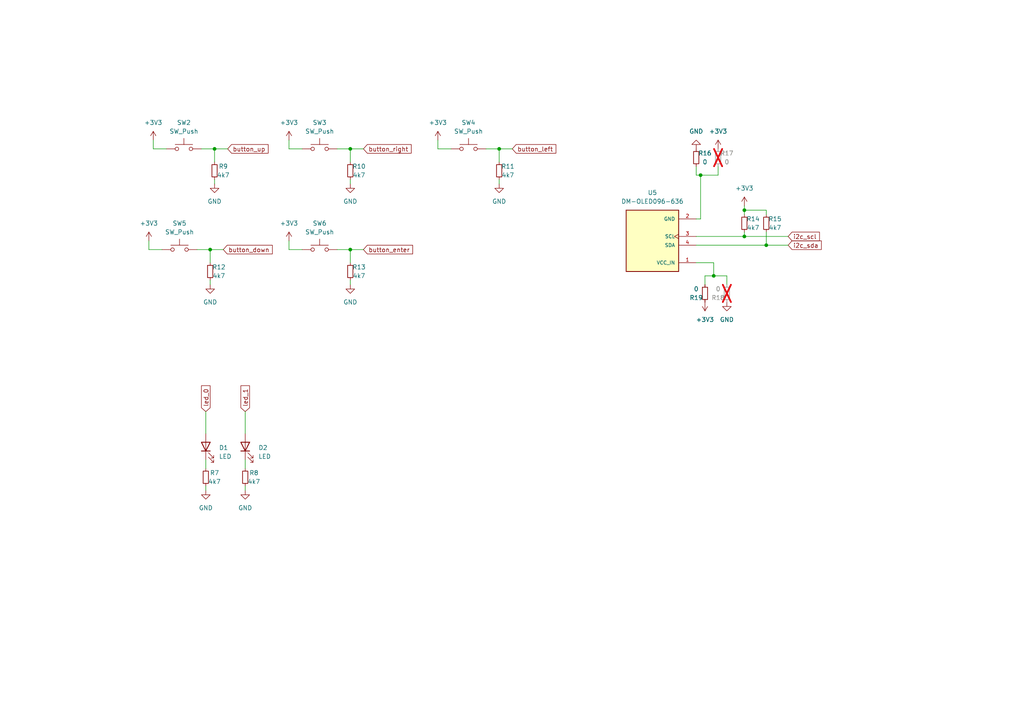
<source format=kicad_sch>
(kicad_sch (version 20230121) (generator eeschema)
  (paper "A4")
  (lib_symbols
    (symbol "DM-OLED096-636:DM-OLED096-636" (pin_names (offset 1.016))
      (property "Reference" "U" (at -7.62 10.922 0))
      (property "Value" "DM-OLED096-636" (at -7.62 -10.16 0))
      (symbol "DM-OLED096-636_0_0"
        (rectangle (start -7.62 -7.62) (end 7.62 10.16) (stroke (width 0.254)) (fill (type background)))
        (pin power_in line (at 12.7 -5.08 180) (length 5.08) (name "VCC_IN") (number "1"))
        (pin power_in line (at 12.7 7.62 180) (length 5.08) (name "GND") (number "2"))
        (pin input clock (at 12.7 2.54 180) (length 5.08) (name "SCL") (number "3"))
        (pin bidirectional line (at 12.7 0 180) (length 5.08) (name "SDA") (number "4"))
      )
    )
    (symbol "Device:LED" (pin_numbers hide) (pin_names (offset 1.016) hide)
      (property "Reference" "D" (at 0 2.54 0))
      (property "Value" "LED" (at 0 -2.54 0))
      (symbol "LED_0_1"
        (polyline (pts (xy -1.27 -1.27) (xy -1.27 1.27)) (stroke (width 0.254)))
        (polyline (pts (xy -1.27 0) (xy 1.27 0)))
        (polyline (pts (xy 1.27 -1.27) (xy 1.27 1.27) (xy -1.27 0) (xy 1.27 -1.27)) (stroke (width 0.254)))
        (polyline (pts (xy -3.048 -0.762) (xy -4.572 -2.286) (xy -3.81 -2.286) (xy -4.572 -2.286) (xy -4.572 -1.524)))
        (polyline (pts (xy -1.778 -0.762) (xy -3.302 -2.286) (xy -2.54 -2.286) (xy -3.302 -2.286) (xy -3.302 -1.524)))
      )
      (symbol "LED_1_1"
        (pin passive line (at -3.81 0 0) (length 2.54) (name "K") (number "1"))
        (pin passive line (at 3.81 0 180) (length 2.54) (name "A") (number "2"))
      )
    )
    (symbol "Device:R_Small" (pin_numbers hide) (pin_names (offset 0.254) hide)
      (property "Reference" "R" (at 0.762 0.508 0))
      (property "Value" "R_Small" (at 0.762 -1.016 0))
      (symbol "R_Small_0_1"
        (rectangle (start -0.762 1.778) (end 0.762 -1.778) (stroke (width 0.2032)))
      )
      (symbol "R_Small_1_1"
        (pin passive line (at 0 2.54 270) (length 0.762) (name "~") (number "1"))
        (pin passive line (at 0 -2.54 90) (length 0.762) (name "~") (number "2"))
      )
    )
    (symbol "Switch:SW_Push" (pin_numbers hide) (pin_names (offset 1.016) hide)
      (property "Reference" "SW" (at 1.27 2.54 0))
      (property "Value" "SW_Push" (at 0 -1.524 0))
      (symbol "SW_Push_0_1"
        (circle (center -2.032 0) (radius 0.508))
        (polyline (pts (xy 0 1.27) (xy 0 3.048)))
        (polyline (pts (xy 2.54 1.27) (xy -2.54 1.27)))
        (circle (center 2.032 0) (radius 0.508))
        (pin passive line (at -5.08 0 0) (length 2.54) (name "1") (number "1"))
        (pin passive line (at 5.08 0 180) (length 2.54) (name "2") (number "2"))
      )
    )
    (symbol "power:+3V3" (power) (pin_names (offset 0))
      (property "Value" "+3V3" (at 0 3.556 0))
      (symbol "+3V3_0_1"
        (polyline (pts (xy -0.762 1.27) (xy 0 2.54)))
        (polyline (pts (xy 0 0) (xy 0 2.54)))
        (polyline (pts (xy 0 2.54) (xy 0.762 1.27)))
      )
      (symbol "+3V3_1_1"
        (pin power_in line (at 0 0 90) (length 0) hide (name "+3V3") (number "1"))
      )
    )
    (symbol "power:GND" (power) (pin_names (offset 0))
      (property "Value" "GND" (at 0 -3.81 0))
      (symbol "GND_0_1"
        (polyline (pts (xy 0 0) (xy 0 -1.27) (xy 1.27 -1.27) (xy 0 -2.54) (xy -1.27 -1.27) (xy 0 -1.27)))
      )
      (symbol "GND_1_1"
        (pin power_in line (at 0 0 270) (length 0) hide (name "GND") (number "1"))
      )
    )
  )
  (junction (at 203.2 50.8))
  (junction (at 101.6 43.18))
  (junction (at 222.25 71.12))
  (junction (at 215.9 68.58))
  (junction (at 215.9 60.96))
  (junction (at 101.6 72.39))
  (junction (at 144.78 43.18))
  (junction (at 60.96 72.39))
  (junction (at 207.01 80.01))
  (junction (at 62.23 43.18))
  (wire (pts (xy 83.82 40.64) (xy 83.82 43.18)))
  (wire (pts (xy 83.82 43.18) (xy 87.63 43.18)))
  (wire (pts (xy 201.93 63.5) (xy 203.2 63.5)))
  (wire (pts (xy 201.93 48.26) (xy 201.93 50.8)))
  (wire (pts (xy 57.15 72.39) (xy 60.96 72.39)))
  (wire (pts (xy 62.23 46.99) (xy 62.23 43.18)))
  (wire (pts (xy 101.6 43.18) (xy 105.41 43.18)))
  (wire (pts (xy 144.78 43.18) (xy 148.59 43.18)))
  (wire (pts (xy 207.01 76.2) (xy 207.01 80.01)))
  (wire (pts (xy 127 40.64) (xy 127 43.18)))
  (wire (pts (xy 59.69 119.38) (xy 59.69 125.73)))
  (wire (pts (xy 222.25 71.12) (xy 222.25 67.31)))
  (wire (pts (xy 144.78 52.07) (xy 144.78 53.34)))
  (wire (pts (xy 201.93 71.12) (xy 222.25 71.12)))
  (wire (pts (xy 71.12 133.35) (xy 71.12 135.89)))
  (wire (pts (xy 204.47 82.55) (xy 204.47 80.01)))
  (wire (pts (xy 58.42 43.18) (xy 62.23 43.18)))
  (wire (pts (xy 215.9 60.96) (xy 222.25 60.96)))
  (wire (pts (xy 43.18 69.85) (xy 43.18 72.39)))
  (wire (pts (xy 210.82 82.55) (xy 210.82 80.01)))
  (wire (pts (xy 71.12 119.38) (xy 71.12 125.73)))
  (wire (pts (xy 203.2 50.8) (xy 203.2 63.5)))
  (wire (pts (xy 203.2 50.8) (xy 208.28 50.8)))
  (wire (pts (xy 59.69 133.35) (xy 59.69 135.89)))
  (wire (pts (xy 83.82 69.85) (xy 83.82 72.39)))
  (wire (pts (xy 201.93 76.2) (xy 207.01 76.2)))
  (wire (pts (xy 62.23 43.18) (xy 66.04 43.18)))
  (wire (pts (xy 83.82 72.39) (xy 87.63 72.39)))
  (wire (pts (xy 201.93 50.8) (xy 203.2 50.8)))
  (wire (pts (xy 222.25 71.12) (xy 228.6 71.12)))
  (wire (pts (xy 71.12 140.97) (xy 71.12 142.24)))
  (wire (pts (xy 60.96 72.39) (xy 64.77 72.39)))
  (wire (pts (xy 144.78 46.99) (xy 144.78 43.18)))
  (wire (pts (xy 44.45 40.64) (xy 44.45 43.18)))
  (wire (pts (xy 101.6 46.99) (xy 101.6 43.18)))
  (wire (pts (xy 215.9 68.58) (xy 228.6 68.58)))
  (wire (pts (xy 97.79 43.18) (xy 101.6 43.18)))
  (wire (pts (xy 60.96 81.28) (xy 60.96 82.55)))
  (wire (pts (xy 215.9 59.69) (xy 215.9 60.96)))
  (wire (pts (xy 59.69 140.97) (xy 59.69 142.24)))
  (wire (pts (xy 44.45 43.18) (xy 48.26 43.18)))
  (wire (pts (xy 215.9 68.58) (xy 215.9 67.31)))
  (wire (pts (xy 60.96 76.2) (xy 60.96 72.39)))
  (wire (pts (xy 204.47 80.01) (xy 207.01 80.01)))
  (wire (pts (xy 127 43.18) (xy 130.81 43.18)))
  (wire (pts (xy 62.23 52.07) (xy 62.23 53.34)))
  (wire (pts (xy 101.6 76.2) (xy 101.6 72.39)))
  (wire (pts (xy 101.6 52.07) (xy 101.6 53.34)))
  (wire (pts (xy 43.18 72.39) (xy 46.99 72.39)))
  (wire (pts (xy 207.01 80.01) (xy 210.82 80.01)))
  (wire (pts (xy 101.6 81.28) (xy 101.6 82.55)))
  (wire (pts (xy 222.25 62.23) (xy 222.25 60.96)))
  (wire (pts (xy 97.79 72.39) (xy 101.6 72.39)))
  (wire (pts (xy 215.9 60.96) (xy 215.9 62.23)))
  (wire (pts (xy 101.6 72.39) (xy 105.41 72.39)))
  (wire (pts (xy 201.93 68.58) (xy 215.9 68.58)))
  (wire (pts (xy 140.97 43.18) (xy 144.78 43.18)))
  (wire (pts (xy 208.28 48.26) (xy 208.28 50.8)))
  (global_label "button_down" (shape input) (at 64.77 72.39 0) (property "Intersheetrefs" "${INTERSHEET_REFS}" (effects hide)))
  (global_label "i2c_sda" (shape input) (at 228.6 71.12 0) (property "Intersheetrefs" "${INTERSHEET_REFS}" (effects hide)))
  (global_label "led_0" (shape input) (at 59.69 119.38 90) (property "Intersheetrefs" "${INTERSHEET_REFS}" (effects hide)))
  (global_label "button_enter" (shape input) (at 105.41 72.39 0) (property "Intersheetrefs" "${INTERSHEET_REFS}" (effects hide)))
  (global_label "button_up" (shape input) (at 66.04 43.18 0) (property "Intersheetrefs" "${INTERSHEET_REFS}" (effects hide)))
  (global_label "button_left" (shape input) (at 148.59 43.18 0) (property "Intersheetrefs" "${INTERSHEET_REFS}" (effects hide)))
  (global_label "led_1" (shape input) (at 71.12 119.38 90) (property "Intersheetrefs" "${INTERSHEET_REFS}" (effects hide)))
  (global_label "i2c_scl" (shape input) (at 228.6 68.58 0) (property "Intersheetrefs" "${INTERSHEET_REFS}" (effects hide)))
  (global_label "button_right" (shape input) (at 105.41 43.18 0) (property "Intersheetrefs" "${INTERSHEET_REFS}" (effects hide)))
  (symbol (lib_id "power:GND") (at 201.93 43.18 180) (unit 1)
    (property "Reference" "#PWR035" (effects hide))
    (property "Value" "GND" (at 201.93 38.1 0))
  )
  (symbol (lib_id "Device:R_Small") (at 204.47 85.09 0) (unit 1)
    (property "Reference" "R19" (at 201.93 86.36 0))
    (property "Value" "0" (at 201.93 83.82 0))
    (property "Footprint" "Resistor_SMD:R_0603_1608Metric" (effects hide))
  )
  (symbol (lib_id "DM-OLED096-636:DM-OLED096-636") (at 189.23 71.12 0) (unit 1)
    (property "Reference" "U5" (at 189.23 55.88 0))
    (property "Value" "DM-OLED096-636" (at 189.23 58.42 0))
    (property "Footprint" "oled:oled_1.3" (effects hide))
    (property "MF" "Display Module" (effects hide))
    (property "MAXIMUM_PACKAGE_HEIGHT" "11.3 mm" (effects hide))
    (property "Package" "Package" (effects hide))
    (property "Price" "None" (effects hide))
    (property "Check_prices" "https://www.snapeda.com/parts/DM-OLED096-636/Display+Module/view-part/?ref=eda" (effects hide))
    (property "STANDARD" "Manufacturer Recommendations" (effects hide))
    (property "PARTREV" "2018-09-10" (effects hide))
    (property "SnapEDA_Link" "https://www.snapeda.com/parts/DM-OLED096-636/Display+Module/view-part/?ref=snap" (effects hide))
    (property "MP" "DM-OLED096-636" (effects hide))
    (property "Description" "\n0.96” 128 X 64 MONOCHROME GRAPHIC OLED DISPLAY MODULE - I2C\n" (effects hide))
    (property "Availability" "Not in stock" (effects hide))
    (property "MANUFACTURER" "Displaymodule" (effects hide))
  )
  (symbol (lib_id "Switch:SW_Push") (at 92.71 43.18 0) (unit 1)
    (property "Reference" "SW3" (at 92.71 35.56 0))
    (property "Value" "SW_Push" (at 92.71 38.1 0))
    (property "Footprint" "Button_Switch_SMD:SW_Push_1P1T_NO_6x6mm_H9.5mm" (effects hide))
    (property "JLCPCB Part #" "C455109" (effects hide))
  )
  (symbol (lib_id "Switch:SW_Push") (at 52.07 72.39 0) (unit 1)
    (property "Reference" "SW5" (at 52.07 64.77 0))
    (property "Value" "SW_Push" (at 52.07 67.31 0))
    (property "Footprint" "Button_Switch_SMD:SW_Push_1P1T_NO_6x6mm_H9.5mm" (effects hide))
    (property "JLCPCB Part #" "C455109" (effects hide))
  )
  (symbol (lib_id "Device:R_Small") (at 59.69 138.43 180) (unit 1)
    (property "Reference" "R7" (at 62.23 137.16 0))
    (property "Value" "4k7" (at 62.23 139.7 0))
    (property "Footprint" "Resistor_SMD:R_0603_1608Metric" (effects hide))
  )
  (symbol (lib_id "power:GND") (at 60.96 82.55 0) (unit 1)
    (property "Reference" "#PWR029" (effects hide))
    (property "Value" "GND" (at 60.96 87.63 0))
  )
  (symbol (lib_id "power:+3V3") (at 83.82 69.85 0) (unit 1)
    (property "Reference" "#PWR030" (effects hide))
    (property "Value" "+3V3" (at 83.82 64.77 0))
  )
  (symbol (lib_id "power:GND") (at 101.6 53.34 0) (unit 1)
    (property "Reference" "#PWR025" (effects hide))
    (property "Value" "GND" (at 101.6 58.42 0))
  )
  (symbol (lib_id "Device:R_Small") (at 201.93 45.72 180) (unit 1)
    (property "Reference" "R16" (at 204.47 44.45 0))
    (property "Value" "0" (at 204.47 46.99 0))
    (property "Footprint" "Resistor_SMD:R_0603_1608Metric" (effects hide))
  )
  (symbol (lib_id "Device:R_Small") (at 208.28 45.72 180) (unit 1) (dnp yes)
    (property "Reference" "R17" (at 210.82 44.45 0))
    (property "Value" "0" (at 210.82 46.99 0))
    (property "Footprint" "Resistor_SMD:R_0603_1608Metric" (effects hide))
  )
  (symbol (lib_id "Device:R_Small") (at 60.96 78.74 180) (unit 1)
    (property "Reference" "R12" (at 63.5 77.47 0))
    (property "Value" "4k7" (at 63.5 80.01 0))
    (property "Footprint" "Resistor_SMD:R_0603_1608Metric" (effects hide))
  )
  (symbol (lib_id "Device:R_Small") (at 215.9 64.77 180) (unit 1)
    (property "Reference" "R14" (at 218.44 63.5 0))
    (property "Value" "4k7" (at 218.44 66.04 0))
    (property "Footprint" "Resistor_SMD:R_0603_1608Metric" (effects hide))
  )
  (symbol (lib_id "power:+3V3") (at 44.45 40.64 0) (unit 1)
    (property "Reference" "#PWR023" (effects hide))
    (property "Value" "+3V3" (at 44.45 35.56 0))
  )
  (symbol (lib_id "Device:LED") (at 59.69 129.54 90) (unit 1)
    (property "Reference" "D1" (at 63.5 129.8575 90) (effects (justify right)))
    (property "Value" "LED" (at 63.5 132.3975 90) (effects (justify right)))
    (property "Footprint" "LED_SMD:LED_0603_1608Metric" (effects hide))
  )
  (symbol (lib_id "power:GND") (at 144.78 53.34 0) (unit 1)
    (property "Reference" "#PWR027" (effects hide))
    (property "Value" "GND" (at 144.78 58.42 0))
  )
  (symbol (lib_id "power:+3V3") (at 83.82 40.64 0) (unit 1)
    (property "Reference" "#PWR024" (effects hide))
    (property "Value" "+3V3" (at 83.82 35.56 0))
  )
  (symbol (lib_id "power:GND") (at 62.23 53.34 0) (unit 1)
    (property "Reference" "#PWR022" (effects hide))
    (property "Value" "GND" (at 62.23 58.42 0))
  )
  (symbol (lib_id "power:+3V3") (at 208.28 43.18 0) (unit 1)
    (property "Reference" "#PWR034" (effects hide))
    (property "Value" "+3V3" (at 208.28 38.1 0))
  )
  (symbol (lib_id "power:+3V3") (at 215.9 59.69 0) (unit 1)
    (property "Reference" "#PWR033" (effects hide))
    (property "Value" "+3V3" (at 215.9 54.61 0))
  )
  (symbol (lib_id "power:+3V3") (at 204.47 87.63 180) (unit 1)
    (property "Reference" "#PWR037" (effects hide))
    (property "Value" "+3V3" (at 204.47 92.71 0))
  )
  (symbol (lib_id "power:GND") (at 59.69 142.24 0) (unit 1)
    (property "Reference" "#PWR019" (effects hide))
    (property "Value" "GND" (at 59.69 147.32 0))
  )
  (symbol (lib_id "Device:R_Small") (at 101.6 78.74 180) (unit 1)
    (property "Reference" "R13" (at 104.14 77.47 0))
    (property "Value" "4k7" (at 104.14 80.01 0))
    (property "Footprint" "Resistor_SMD:R_0603_1608Metric" (effects hide))
  )
  (symbol (lib_id "Device:R_Small") (at 62.23 49.53 180) (unit 1)
    (property "Reference" "R9" (at 64.77 48.26 0))
    (property "Value" "4k7" (at 64.77 50.8 0))
    (property "Footprint" "Resistor_SMD:R_0603_1608Metric" (effects hide))
  )
  (symbol (lib_id "power:GND") (at 210.82 87.63 0) (unit 1)
    (property "Reference" "#PWR036" (effects hide))
    (property "Value" "GND" (at 210.82 92.71 0))
  )
  (symbol (lib_id "Device:LED") (at 71.12 129.54 90) (unit 1)
    (property "Reference" "D2" (at 74.93 129.8575 90) (effects (justify right)))
    (property "Value" "LED" (at 74.93 132.3975 90) (effects (justify right)))
    (property "Footprint" "LED_SMD:LED_0603_1608Metric" (effects hide))
  )
  (symbol (lib_id "Switch:SW_Push") (at 92.71 72.39 0) (unit 1)
    (property "Reference" "SW6" (at 92.71 64.77 0))
    (property "Value" "SW_Push" (at 92.71 67.31 0))
    (property "Footprint" "Button_Switch_SMD:SW_Push_1P1T_NO_6x6mm_H9.5mm" (effects hide))
    (property "JLCPCB Part #" "C455109" (effects hide))
  )
  (symbol (lib_id "power:GND") (at 101.6 82.55 0) (unit 1)
    (property "Reference" "#PWR031" (effects hide))
    (property "Value" "GND" (at 101.6 87.63 0))
  )
  (symbol (lib_id "Device:R_Small") (at 144.78 49.53 180) (unit 1)
    (property "Reference" "R11" (at 147.32 48.26 0))
    (property "Value" "4k7" (at 147.32 50.8 0))
    (property "Footprint" "Resistor_SMD:R_0603_1608Metric" (effects hide))
  )
  (symbol (lib_id "Device:R_Small") (at 222.25 64.77 180) (unit 1)
    (property "Reference" "R15" (at 224.79 63.5 0))
    (property "Value" "4k7" (at 224.79 66.04 0))
    (property "Footprint" "Resistor_SMD:R_0603_1608Metric" (effects hide))
  )
  (symbol (lib_id "Switch:SW_Push") (at 53.34 43.18 0) (unit 1)
    (property "Reference" "SW2" (at 53.34 35.56 0))
    (property "Value" "SW_Push" (at 53.34 38.1 0))
    (property "Footprint" "Button_Switch_SMD:SW_Push_1P1T_NO_6x6mm_H9.5mm" (effects hide))
    (property "JLCPCB Part #" "C455109" (effects hide))
  )
  (symbol (lib_id "power:+3V3") (at 127 40.64 0) (unit 1)
    (property "Reference" "#PWR026" (effects hide))
    (property "Value" "+3V3" (at 127 35.56 0))
  )
  (symbol (lib_id "Switch:SW_Push") (at 135.89 43.18 0) (unit 1)
    (property "Reference" "SW4" (at 135.89 35.56 0))
    (property "Value" "SW_Push" (at 135.89 38.1 0))
    (property "Footprint" "Button_Switch_SMD:SW_Push_1P1T_NO_6x6mm_H9.5mm" (effects hide))
    (property "JLCPCB Part #" "C455109" (effects hide))
  )
  (symbol (lib_id "Device:R_Small") (at 210.82 85.09 0) (unit 1) (dnp yes)
    (property "Reference" "R18" (at 208.28 86.36 0))
    (property "Value" "0" (at 208.28 83.82 0))
    (property "Footprint" "Resistor_SMD:R_0603_1608Metric" (effects hide))
  )
  (symbol (lib_id "Device:R_Small") (at 71.12 138.43 180) (unit 1)
    (property "Reference" "R8" (at 73.66 137.16 0))
    (property "Value" "4k7" (at 73.66 139.7 0))
    (property "Footprint" "Resistor_SMD:R_0603_1608Metric" (effects hide))
  )
  (symbol (lib_id "power:+3V3") (at 43.18 69.85 0) (unit 1)
    (property "Reference" "#PWR028" (effects hide))
    (property "Value" "+3V3" (at 43.18 64.77 0))
  )
  (symbol (lib_id "power:GND") (at 71.12 142.24 0) (unit 1)
    (property "Reference" "#PWR021" (effects hide))
    (property "Value" "GND" (at 71.12 147.32 0))
  )
  (symbol (lib_id "Device:R_Small") (at 101.6 49.53 180) (unit 1)
    (property "Reference" "R10" (at 104.14 48.26 0))
    (property "Value" "4k7" (at 104.14 50.8 0))
    (property "Footprint" "Resistor_SMD:R_0603_1608Metric" (effects hide))
  )
)
</source>
